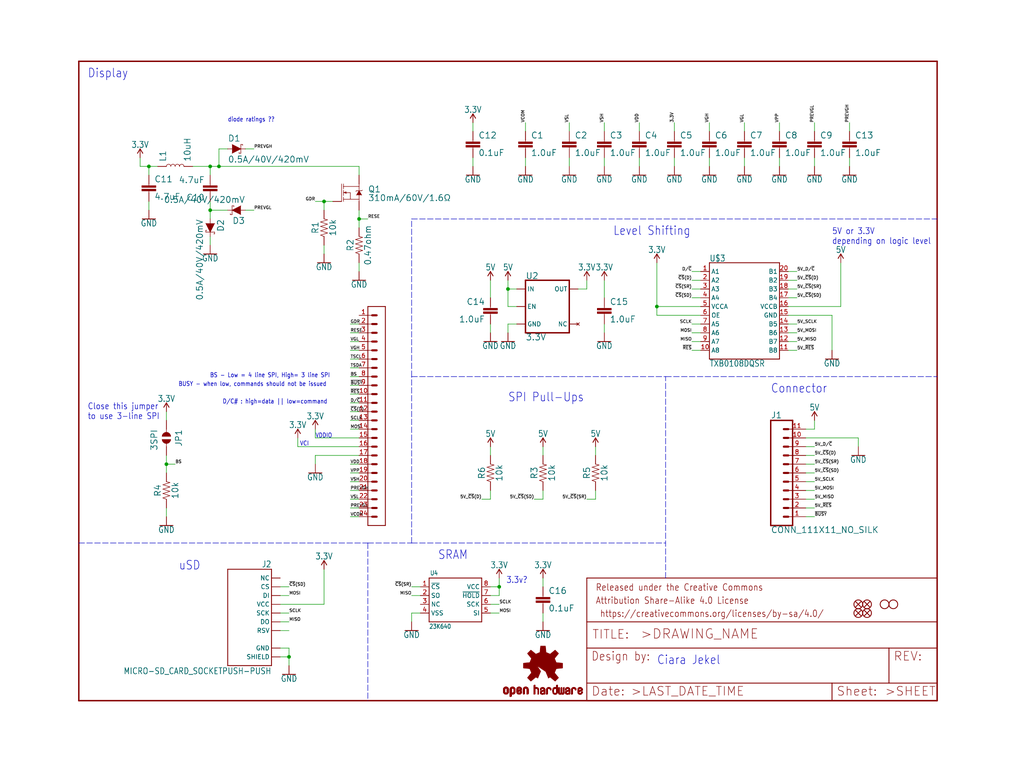
<source format=kicad_sch>
(kicad_sch (version 20211123) (generator eeschema)
  (paper "User" 297.002 223.926)
  (lib_symbols
    (symbol "eagleSchem-eagle-import:0.1UF-0603-25V-(+80{slash}-20%)"
      (property "Reference" "C" (at 1.524 2.921 0))
      (property "Value" "0.1UF-0603-25V-(+80{slash}-20%)" (at 1.524 -2.159 0))
      (symbol "0.1UF-0603-25V-(+80{slash}-20%)_1_0"
        (pin passive line (at 0 5.08 270) (length 2.54) (name "1") (number "1"))
        (pin passive line (at 0 -2.54 90) (length 2.54) (name "2") (number "2"))
      )
    )
    (symbol "eagleSchem-eagle-import:1.0UF-0603-16V-10%"
      (property "Reference" "C" (at 1.524 2.921 0))
      (property "Value" "1.0UF-0603-16V-10%" (at 1.524 -2.159 0))
      (symbol "1.0UF-0603-16V-10%_1_0"
        (pin passive line (at 0 5.08 270) (length 2.54) (name "1") (number "1"))
        (pin passive line (at 0 -2.54 90) (length 2.54) (name "2") (number "2"))
      )
    )
    (symbol "eagleSchem-eagle-import:1.0UF-0805-25V-10%"
      (property "Reference" "C" (at 1.524 2.921 0))
      (property "Value" "1.0UF-0805-25V-10%" (at 1.524 -2.159 0))
      (symbol "1.0UF-0805-25V-10%_1_0"
        (pin passive line (at 0 5.08 270) (length 2.54) (name "1") (number "1"))
        (pin passive line (at 0 -2.54 90) (length 2.54) (name "2") (number "2"))
      )
    )
    (symbol "eagleSchem-eagle-import:10KOHM-0603-1{slash}10W-1%"
      (property "Reference" "R" (at 0 1.524 0))
      (property "Value" "10KOHM-0603-1{slash}10W-1%" (at 0 -1.524 0))
      (symbol "10KOHM-0603-1{slash}10W-1%_1_0"
        (pin passive line (at -5.08 0 0) (length 2.54) (name "1") (number "1"))
        (pin passive line (at 5.08 0 180) (length 2.54) (name "2") (number "2"))
      )
    )
    (symbol "eagleSchem-eagle-import:22UF-0805-6.3V-20%"
      (property "Reference" "C" (at 1.524 2.921 0))
      (property "Value" "22UF-0805-6.3V-20%" (at 1.524 -2.159 0))
      (symbol "22UF-0805-6.3V-20%_1_0"
        (pin passive line (at 0 5.08 270) (length 2.54) (name "1") (number "1"))
        (pin passive line (at 0 -2.54 90) (length 2.54) (name "2") (number "2"))
      )
    )
    (symbol "eagleSchem-eagle-import:23K640"
      (property "Reference" "U" (at -7.366 8.382 0))
      (property "Value" "23K640" (at -7.62 -7.112 0))
      (symbol "23K640_1_0"
        (pin bidirectional line (at -10.16 5.08 0) (length 2.54) (name "~{CS}") (number "1"))
        (pin bidirectional line (at -10.16 2.54 0) (length 2.54) (name "SO") (number "2"))
        (pin bidirectional line (at -10.16 0 0) (length 2.54) (name "NC") (number "3"))
        (pin bidirectional line (at -10.16 -2.54 0) (length 2.54) (name "VSS") (number "4"))
        (pin bidirectional line (at 10.16 -2.54 180) (length 2.54) (name "SI") (number "5"))
        (pin bidirectional line (at 10.16 0 180) (length 2.54) (name "SCK") (number "6"))
        (pin bidirectional line (at 10.16 2.54 180) (length 2.54) (name "~{HOLD}") (number "7"))
        (pin bidirectional line (at 10.16 5.08 180) (length 2.54) (name "VCC") (number "8"))
      )
    )
    (symbol "eagleSchem-eagle-import:24_PIN_FPC_0.5MM"
      (symbol "24_PIN_FPC_0.5MM_1_0"
        (pin bidirectional line (at 5.08 27.94 180) (length 2.54) (name "1") (number "1"))
        (pin bidirectional line (at 5.08 5.08 180) (length 2.54) (name "10") (number "10"))
        (pin bidirectional line (at 5.08 2.54 180) (length 2.54) (name "11") (number "11"))
        (pin bidirectional line (at 5.08 0 180) (length 2.54) (name "12") (number "12"))
        (pin bidirectional line (at 5.08 -2.54 180) (length 2.54) (name "13") (number "13"))
        (pin bidirectional line (at 5.08 -5.08 180) (length 2.54) (name "14") (number "14"))
        (pin bidirectional line (at 5.08 -7.62 180) (length 2.54) (name "15") (number "15"))
        (pin bidirectional line (at 5.08 -10.16 180) (length 2.54) (name "16") (number "16"))
        (pin bidirectional line (at 5.08 -12.7 180) (length 2.54) (name "17") (number "17"))
        (pin bidirectional line (at 5.08 -15.24 180) (length 2.54) (name "18") (number "18"))
        (pin bidirectional line (at 5.08 -17.78 180) (length 2.54) (name "19") (number "19"))
        (pin bidirectional line (at 5.08 25.4 180) (length 2.54) (name "2") (number "2"))
        (pin bidirectional line (at 5.08 -20.32 180) (length 2.54) (name "20") (number "20"))
        (pin bidirectional line (at 5.08 -22.86 180) (length 2.54) (name "21") (number "21"))
        (pin bidirectional line (at 5.08 -25.4 180) (length 2.54) (name "22") (number "22"))
        (pin bidirectional line (at 5.08 -27.94 180) (length 2.54) (name "23") (number "23"))
        (pin bidirectional line (at 5.08 -30.48 180) (length 2.54) (name "24") (number "24"))
        (pin bidirectional line (at 5.08 22.86 180) (length 2.54) (name "3") (number "3"))
        (pin bidirectional line (at 5.08 20.32 180) (length 2.54) (name "4") (number "4"))
        (pin bidirectional line (at 5.08 17.78 180) (length 2.54) (name "5") (number "5"))
        (pin bidirectional line (at 5.08 15.24 180) (length 2.54) (name "6") (number "6"))
        (pin bidirectional line (at 5.08 12.7 180) (length 2.54) (name "7") (number "7"))
        (pin bidirectional line (at 5.08 10.16 180) (length 2.54) (name "8") (number "8"))
        (pin bidirectional line (at 5.08 7.62 180) (length 2.54) (name "9") (number "9"))
      )
    )
    (symbol "eagleSchem-eagle-import:3.3V" (power)
      (property "Value" "3.3V" (at 0 2.794 0))
      (symbol "3.3V_1_0"
        (pin power_in line (at 0 0 90) (length 2.54) (name "3.3V") (number "1"))
      )
    )
    (symbol "eagleSchem-eagle-import:5V" (power)
      (property "Value" "5V" (at 0 2.794 0))
      (symbol "5V_1_0"
        (pin power_in line (at 0 0 90) (length 2.54) (name "5V") (number "1"))
      )
    )
    (symbol "eagleSchem-eagle-import:CONN_111X11_NO_SILK"
      (property "Reference" "J" (at 0 15.748 0))
      (property "Value" "CONN_111X11_NO_SILK" (at 0 -17.526 0))
      (symbol "CONN_111X11_NO_SILK_1_0"
        (pin passive line (at 10.16 -12.7 180) (length 5.08) (name "1") (number "1"))
        (pin passive line (at 10.16 10.16 180) (length 5.08) (name "10") (number "10"))
        (pin passive line (at 10.16 12.7 180) (length 5.08) (name "11") (number "11"))
        (pin passive line (at 10.16 -10.16 180) (length 5.08) (name "2") (number "2"))
        (pin passive line (at 10.16 -7.62 180) (length 5.08) (name "3") (number "3"))
        (pin passive line (at 10.16 -5.08 180) (length 5.08) (name "4") (number "4"))
        (pin passive line (at 10.16 -2.54 180) (length 5.08) (name "5") (number "5"))
        (pin passive line (at 10.16 0 180) (length 5.08) (name "6") (number "6"))
        (pin passive line (at 10.16 2.54 180) (length 5.08) (name "7") (number "7"))
        (pin passive line (at 10.16 5.08 180) (length 5.08) (name "8") (number "8"))
        (pin passive line (at 10.16 7.62 180) (length 5.08) (name "9") (number "9"))
      )
    )
    (symbol "eagleSchem-eagle-import:DIODE-SCHOTTKY-PMEG4005EJ"
      (property "Reference" "D" (at -2.54 2.032 0))
      (property "Value" "DIODE-SCHOTTKY-PMEG4005EJ" (at -2.54 -2.032 0))
      (symbol "DIODE-SCHOTTKY-PMEG4005EJ_1_0"
        (pin passive line (at -2.54 0 0) (length 0) (name "A") (number "A"))
        (pin passive line (at 2.54 0 180) (length 0) (name "C") (number "C"))
      )
    )
    (symbol "eagleSchem-eagle-import:FIDUCIALUFIDUCIAL")
    (symbol "eagleSchem-eagle-import:FRAME-LETTER"
      (symbol "FRAME-LETTER_2_0"
        (text " https://creativecommons.org/licenses/by-sa/4.0/" (at 2.54 24.13 0) (effects (font (size 1.9304 1.6408)) (justify left bottom)))
        (text ">DRAWING_NAME" (at 15.494 17.78 0) (effects (font (size 2.7432 2.7432)) (justify left bottom)))
        (text ">LAST_DATE_TIME" (at 12.7 1.27 0) (effects (font (size 2.54 2.54)) (justify left bottom)))
        (text ">SHEET" (at 86.36 1.27 0) (effects (font (size 2.54 2.54)) (justify left bottom)))
        (text "Attribution Share-Alike 4.0 License" (at 2.54 27.94 0) (effects (font (size 1.9304 1.6408)) (justify left bottom)))
        (text "Date:" (at 1.27 1.27 0) (effects (font (size 2.54 2.54)) (justify left bottom)))
        (text "Design by:" (at 1.27 11.43 0) (effects (font (size 2.54 2.159)) (justify left bottom)))
        (text "Released under the Creative Commons" (at 2.54 31.75 0) (effects (font (size 1.9304 1.6408)) (justify left bottom)))
        (text "REV:" (at 88.9 11.43 0) (effects (font (size 2.54 2.54)) (justify left bottom)))
        (text "Sheet:" (at 72.39 1.27 0) (effects (font (size 2.54 2.54)) (justify left bottom)))
        (text "TITLE:" (at 1.524 17.78 0) (effects (font (size 2.54 2.54)) (justify left bottom)))
      )
    )
    (symbol "eagleSchem-eagle-import:GND" (power)
      (property "Value" "GND" (at 0 -0.254 0))
      (symbol "GND_1_0"
        (pin power_in line (at 0 2.54 270) (length 2.54) (name "GND") (number "1"))
      )
    )
    (symbol "eagleSchem-eagle-import:INDUCTOR-CDRH-10UH"
      (property "Reference" "L" (at 1.27 2.54 0))
      (property "Value" "INDUCTOR-CDRH-10UH" (at 1.27 -2.54 0))
      (symbol "INDUCTOR-CDRH-10UH_1_0"
        (pin passive line (at 0 5.08 270) (length 2.54) (name "1") (number "P$1"))
        (pin passive line (at 0 -5.08 90) (length 2.54) (name "2") (number "P$2"))
      )
    )
    (symbol "eagleSchem-eagle-import:JUMPER-SMT_2_NO_SILK"
      (property "Reference" "JP" (at -2.54 2.54 0))
      (property "Value" "JUMPER-SMT_2_NO_SILK" (at -2.54 -2.54 0))
      (symbol "JUMPER-SMT_2_NO_SILK_1_0"
        (pin passive line (at -5.08 0 0) (length 2.54) (name "1") (number "1"))
        (pin passive line (at 5.08 0 180) (length 2.54) (name "2") (number "2"))
      )
    )
    (symbol "eagleSchem-eagle-import:MICRO-SD_CARD_SOCKETPUSH-PUSH"
      (property "Reference" "J" (at -5.08 15.748 0))
      (property "Value" "MICRO-SD_CARD_SOCKETPUSH-PUSH" (at -5.08 -15.24 0))
      (symbol "MICRO-SD_CARD_SOCKETPUSH-PUSH_1_0"
        (pin bidirectional line (at -7.62 -10.16 0) (length 2.54) (name "SHIELD") (number "CD1"))
        (pin bidirectional line (at -7.62 10.16 0) (length 2.54) (name "CS") (number "CS"))
        (pin bidirectional line (at -7.62 7.62 0) (length 2.54) (name "DI") (number "DI"))
        (pin bidirectional line (at -7.62 0 0) (length 2.54) (name "DO") (number "DO"))
        (pin bidirectional line (at -7.62 -7.62 0) (length 2.54) (name "GND") (number "GND"))
        (pin bidirectional line (at -7.62 -2.54 0) (length 2.54) (name "RSV") (number "RSV1"))
        (pin bidirectional line (at -7.62 12.7 0) (length 2.54) (name "NC") (number "RSV2"))
        (pin bidirectional line (at -7.62 2.54 0) (length 2.54) (name "SCK") (number "SCLK"))
        (pin bidirectional line (at -7.62 5.08 0) (length 2.54) (name "VCC") (number "VCC"))
      )
    )
    (symbol "eagleSchem-eagle-import:MOSFET-NCH-2N7002PW"
      (property "Reference" "Q" (at 5.08 0 0))
      (property "Value" "MOSFET-NCH-2N7002PW" (at 5.08 -2.54 0))
      (symbol "MOSFET-NCH-2N7002PW_1_0"
        (pin bidirectional line (at -5.08 -2.54 0) (length 2.54) (name "G") (number "1"))
        (pin bidirectional line (at 2.54 -5.08 90) (length 2.54) (name "S") (number "2"))
        (pin bidirectional line (at 2.54 5.08 270) (length 2.54) (name "D") (number "3"))
      )
    )
    (symbol "eagleSchem-eagle-import:OSHW-LOGOS")
    (symbol "eagleSchem-eagle-import:RESISTOR0603"
      (property "Reference" "R" (at 0 1.524 0))
      (property "Value" "RESISTOR0603" (at 0 -1.524 0))
      (symbol "RESISTOR0603_1_0"
        (pin passive line (at -5.08 0 0) (length 2.54) (name "1") (number "1"))
        (pin passive line (at 5.08 0 180) (length 2.54) (name "2") (number "2"))
      )
    )
    (symbol "eagleSchem-eagle-import:STAND-OFF")
    (symbol "eagleSchem-eagle-import:TXB0108"
      (property "Reference" "U" (at -10.16 13.97 0))
      (property "Value" "TXB0108" (at -10.16 -16.51 0))
      (symbol "TXB0108_1_0"
        (pin bidirectional line (at -12.7 10.16 0) (length 2.54) (name "A1") (number "1"))
        (pin bidirectional line (at -12.7 -12.7 0) (length 2.54) (name "A8") (number "10"))
        (pin bidirectional line (at 12.7 -12.7 180) (length 2.54) (name "B8") (number "11"))
        (pin bidirectional line (at 12.7 -10.16 180) (length 2.54) (name "B7") (number "12"))
        (pin bidirectional line (at 12.7 -7.62 180) (length 2.54) (name "B6") (number "13"))
        (pin bidirectional line (at 12.7 -5.08 180) (length 2.54) (name "B5") (number "14"))
        (pin bidirectional line (at 12.7 -2.54 180) (length 2.54) (name "GND") (number "15"))
        (pin bidirectional line (at 12.7 0 180) (length 2.54) (name "VCCB") (number "16"))
        (pin bidirectional line (at 12.7 2.54 180) (length 2.54) (name "B4") (number "17"))
        (pin bidirectional line (at 12.7 5.08 180) (length 2.54) (name "B3") (number "18"))
        (pin bidirectional line (at 12.7 7.62 180) (length 2.54) (name "B2") (number "19"))
        (pin bidirectional line (at -12.7 7.62 0) (length 2.54) (name "A2") (number "2"))
        (pin bidirectional line (at 12.7 10.16 180) (length 2.54) (name "B1") (number "20"))
        (pin bidirectional line (at -12.7 5.08 0) (length 2.54) (name "A3") (number "3"))
        (pin bidirectional line (at -12.7 2.54 0) (length 2.54) (name "A4") (number "4"))
        (pin bidirectional line (at -12.7 0 0) (length 2.54) (name "VCCA") (number "5"))
        (pin bidirectional line (at -12.7 -2.54 0) (length 2.54) (name "OE") (number "6"))
        (pin bidirectional line (at -12.7 -5.08 0) (length 2.54) (name "A5") (number "7"))
        (pin bidirectional line (at -12.7 -7.62 0) (length 2.54) (name "A6") (number "8"))
        (pin bidirectional line (at -12.7 -10.16 0) (length 2.54) (name "A7") (number "9"))
      )
    )
    (symbol "eagleSchem-eagle-import:V_REG_AP2112K-3.3V"
      (property "Reference" "U" (at -7.62 7.874 0))
      (property "Value" "V_REG_AP2112K-3.3V" (at -7.62 -7.874 0))
      (symbol "V_REG_AP2112K-3.3V_1_0"
        (pin input line (at -10.16 5.08 0) (length 2.54) (name "IN") (number "1"))
        (pin input line (at -10.16 -5.08 0) (length 2.54) (name "GND") (number "2"))
        (pin input line (at -10.16 0 0) (length 2.54) (name "EN") (number "3"))
        (pin no_connect line (at 7.62 -5.08 180) (length 2.54) (name "NC") (number "4"))
        (pin passive line (at 7.62 5.08 180) (length 2.54) (name "OUT") (number "5"))
      )
    )
  )
  (junction (at 83.82 190.5))
  (junction (at 147.32 83.82))
  (junction (at 144.78 170.18))
  (junction (at 63.5 48.26))
  (junction (at 190.5 88.9))
  (junction (at 48.26 134.62))
  (junction (at 104.14 63.5))
  (junction (at 93.98 58.42))
  (junction (at 60.96 60.96))
  (junction (at 43.18 48.26))
  (junction (at 60.96 48.26))
  (wire (pts (xy 203.2 91.44) (xy 190.5 91.44)))
  (wire (pts (xy 233.68 139.7) (xy 236.22 139.7)))
  (wire (pts (xy 43.18 60.96) (xy 43.18 58.42)))
  (wire (pts (xy 101.6 134.62) (xy 104.14 134.62)))
  (wire (pts (xy 228.6 96.52) (xy 231.14 96.52)))
  (wire (pts (xy 228.6 99.06) (xy 231.14 99.06)))
  (wire (pts (xy 185.42 38.1) (xy 185.42 35.56)))
  (wire (pts (xy 203.2 99.06) (xy 200.66 99.06)))
  (wire (pts (xy 101.6 149.86) (xy 104.14 149.86)))
  (wire (pts (xy 104.14 66.04) (xy 104.14 63.5)))
  (wire (pts (xy 147.32 88.9) (xy 147.32 83.82)))
  (wire (pts (xy 215.9 48.26) (xy 215.9 45.72)))
  (wire (pts (xy 226.06 38.1) (xy 226.06 35.56)))
  (wire (pts (xy 226.06 48.26) (xy 226.06 45.72)))
  (wire (pts (xy 147.32 93.98) (xy 147.32 96.52)))
  (wire (pts (xy 233.68 132.08) (xy 236.22 132.08)))
  (wire (pts (xy 233.68 147.32) (xy 236.22 147.32)))
  (wire (pts (xy 104.14 63.5) (xy 106.68 63.5)))
  (wire (pts (xy 63.5 48.26) (xy 104.14 48.26)))
  (wire (pts (xy 236.22 121.92) (xy 236.22 124.46)))
  (wire (pts (xy 175.26 38.1) (xy 175.26 35.56)))
  (wire (pts (xy 137.16 38.1) (xy 137.16 35.56)))
  (polyline (pts (xy 119.38 109.22) (xy 193.04 109.22)))
  (wire (pts (xy 231.14 81.28) (xy 228.6 81.28)))
  (wire (pts (xy 157.48 132.08) (xy 157.48 129.54)))
  (wire (pts (xy 60.96 50.8) (xy 60.96 48.26)))
  (wire (pts (xy 104.14 119.38) (xy 101.6 119.38)))
  (wire (pts (xy 203.2 88.9) (xy 190.5 88.9)))
  (wire (pts (xy 101.6 139.7) (xy 104.14 139.7)))
  (wire (pts (xy 231.14 78.74) (xy 228.6 78.74)))
  (wire (pts (xy 142.24 142.24) (xy 142.24 144.78)))
  (wire (pts (xy 175.26 81.28) (xy 175.26 86.36)))
  (wire (pts (xy 167.64 83.82) (xy 170.18 83.82)))
  (wire (pts (xy 104.14 129.54) (xy 86.36 129.54)))
  (wire (pts (xy 81.28 190.5) (xy 83.82 190.5)))
  (wire (pts (xy 81.28 182.88) (xy 83.82 182.88)))
  (wire (pts (xy 101.6 144.78) (xy 104.14 144.78)))
  (wire (pts (xy 104.14 78.74) (xy 104.14 76.2)))
  (wire (pts (xy 66.04 60.96) (xy 60.96 60.96)))
  (wire (pts (xy 165.1 48.26) (xy 165.1 45.72)))
  (wire (pts (xy 147.32 81.28) (xy 147.32 83.82)))
  (wire (pts (xy 175.26 96.52) (xy 175.26 93.98)))
  (wire (pts (xy 81.28 180.34) (xy 83.82 180.34)))
  (wire (pts (xy 190.5 91.44) (xy 190.5 88.9)))
  (wire (pts (xy 121.92 172.72) (xy 119.38 172.72)))
  (wire (pts (xy 233.68 134.62) (xy 236.22 134.62)))
  (wire (pts (xy 43.18 50.8) (xy 43.18 48.26)))
  (wire (pts (xy 246.38 38.1) (xy 246.38 35.56)))
  (wire (pts (xy 228.6 83.82) (xy 231.14 83.82)))
  (wire (pts (xy 165.1 38.1) (xy 165.1 35.56)))
  (wire (pts (xy 86.36 127) (xy 86.36 129.54)))
  (polyline (pts (xy 106.68 157.48) (xy 119.38 157.48)))
  (wire (pts (xy 104.14 60.96) (xy 104.14 63.5)))
  (wire (pts (xy 142.24 172.72) (xy 144.78 172.72)))
  (wire (pts (xy 172.72 144.78) (xy 170.18 144.78)))
  (wire (pts (xy 66.04 43.18) (xy 63.5 43.18)))
  (wire (pts (xy 104.14 116.84) (xy 101.6 116.84)))
  (wire (pts (xy 246.38 48.26) (xy 246.38 45.72)))
  (wire (pts (xy 200.66 101.6) (xy 203.2 101.6)))
  (wire (pts (xy 83.82 193.04) (xy 83.82 190.5)))
  (polyline (pts (xy 119.38 109.22) (xy 119.38 63.5)))
  (wire (pts (xy 215.9 38.1) (xy 215.9 35.56)))
  (wire (pts (xy 200.66 81.28) (xy 203.2 81.28)))
  (wire (pts (xy 101.6 147.32) (xy 104.14 147.32)))
  (wire (pts (xy 48.26 134.62) (xy 50.8 134.62)))
  (wire (pts (xy 233.68 149.86) (xy 236.22 149.86)))
  (wire (pts (xy 147.32 83.82) (xy 149.86 83.82)))
  (wire (pts (xy 144.78 172.72) (xy 144.78 170.18)))
  (wire (pts (xy 43.18 48.26) (xy 40.64 48.26)))
  (wire (pts (xy 91.44 124.46) (xy 91.44 127)))
  (wire (pts (xy 63.5 43.18) (xy 63.5 48.26)))
  (wire (pts (xy 48.26 119.38) (xy 48.26 121.92)))
  (wire (pts (xy 137.16 48.26) (xy 137.16 45.72)))
  (wire (pts (xy 241.3 91.44) (xy 228.6 91.44)))
  (wire (pts (xy 93.98 58.42) (xy 91.44 58.42)))
  (wire (pts (xy 142.24 170.18) (xy 144.78 170.18)))
  (wire (pts (xy 152.4 38.1) (xy 152.4 35.56)))
  (wire (pts (xy 233.68 144.78) (xy 236.22 144.78)))
  (wire (pts (xy 96.52 58.42) (xy 93.98 58.42)))
  (wire (pts (xy 104.14 111.76) (xy 101.6 111.76)))
  (wire (pts (xy 60.96 58.42) (xy 60.96 60.96)))
  (wire (pts (xy 170.18 83.82) (xy 170.18 81.28)))
  (wire (pts (xy 175.26 48.26) (xy 175.26 45.72)))
  (wire (pts (xy 81.28 175.26) (xy 93.98 175.26)))
  (polyline (pts (xy 106.68 157.48) (xy 106.68 203.2)))
  (wire (pts (xy 81.28 172.72) (xy 83.82 172.72)))
  (wire (pts (xy 93.98 175.26) (xy 93.98 165.1)))
  (wire (pts (xy 104.14 48.26) (xy 104.14 50.8)))
  (wire (pts (xy 157.48 144.78) (xy 154.94 144.78)))
  (wire (pts (xy 236.22 124.46) (xy 233.68 124.46)))
  (wire (pts (xy 205.74 38.1) (xy 205.74 35.56)))
  (wire (pts (xy 142.24 96.52) (xy 142.24 93.98)))
  (wire (pts (xy 172.72 132.08) (xy 172.72 129.54)))
  (wire (pts (xy 104.14 93.98) (xy 101.6 93.98)))
  (wire (pts (xy 119.38 177.8) (xy 121.92 177.8)))
  (wire (pts (xy 121.92 170.18) (xy 119.38 170.18)))
  (wire (pts (xy 60.96 68.58) (xy 60.96 71.12)))
  (wire (pts (xy 93.98 60.96) (xy 93.98 58.42)))
  (wire (pts (xy 142.24 144.78) (xy 139.7 144.78)))
  (wire (pts (xy 104.14 109.22) (xy 101.6 109.22)))
  (polyline (pts (xy 119.38 157.48) (xy 193.04 157.48)))
  (wire (pts (xy 236.22 38.1) (xy 236.22 35.56)))
  (wire (pts (xy 104.14 104.14) (xy 101.6 104.14)))
  (wire (pts (xy 93.98 73.66) (xy 93.98 71.12)))
  (wire (pts (xy 104.14 106.68) (xy 101.6 106.68)))
  (wire (pts (xy 48.26 134.62) (xy 48.26 132.08)))
  (wire (pts (xy 104.14 101.6) (xy 101.6 101.6)))
  (wire (pts (xy 104.14 96.52) (xy 101.6 96.52)))
  (wire (pts (xy 228.6 93.98) (xy 231.14 93.98)))
  (wire (pts (xy 71.12 60.96) (xy 73.66 60.96)))
  (wire (pts (xy 142.24 132.08) (xy 142.24 129.54)))
  (wire (pts (xy 149.86 93.98) (xy 147.32 93.98)))
  (wire (pts (xy 233.68 129.54) (xy 236.22 129.54)))
  (wire (pts (xy 104.14 132.08) (xy 91.44 132.08)))
  (wire (pts (xy 48.26 137.16) (xy 48.26 134.62)))
  (wire (pts (xy 233.68 137.16) (xy 236.22 137.16)))
  (wire (pts (xy 104.14 137.16) (xy 101.6 137.16)))
  (wire (pts (xy 241.3 101.6) (xy 241.3 91.44)))
  (wire (pts (xy 157.48 142.24) (xy 157.48 144.78)))
  (wire (pts (xy 228.6 88.9) (xy 243.84 88.9)))
  (wire (pts (xy 81.28 170.18) (xy 83.82 170.18)))
  (wire (pts (xy 60.96 60.96) (xy 60.96 63.5)))
  (wire (pts (xy 48.26 149.86) (xy 48.26 147.32)))
  (wire (pts (xy 228.6 86.36) (xy 231.14 86.36)))
  (wire (pts (xy 104.14 99.06) (xy 101.6 99.06)))
  (wire (pts (xy 91.44 134.62) (xy 91.44 132.08)))
  (polyline (pts (xy 193.04 109.22) (xy 271.78 109.22)))
  (wire (pts (xy 203.2 86.36) (xy 200.66 86.36)))
  (wire (pts (xy 83.82 190.5) (xy 83.82 187.96)))
  (wire (pts (xy 104.14 121.92) (xy 101.6 121.92)))
  (wire (pts (xy 101.6 142.24) (xy 104.14 142.24)))
  (wire (pts (xy 200.66 96.52) (xy 203.2 96.52)))
  (wire (pts (xy 243.84 88.9) (xy 243.84 76.2)))
  (wire (pts (xy 203.2 78.74) (xy 200.66 78.74)))
  (wire (pts (xy 248.92 129.54) (xy 248.92 127)))
  (wire (pts (xy 195.58 38.1) (xy 195.58 35.56)))
  (wire (pts (xy 203.2 93.98) (xy 200.66 93.98)))
  (wire (pts (xy 236.22 48.26) (xy 236.22 45.72)))
  (wire (pts (xy 83.82 187.96) (xy 81.28 187.96)))
  (polyline (pts (xy 119.38 157.48) (xy 119.38 109.22)))
  (wire (pts (xy 203.2 83.82) (xy 200.66 83.82)))
  (wire (pts (xy 142.24 177.8) (xy 144.78 177.8)))
  (polyline (pts (xy 119.38 63.5) (xy 271.78 63.5)))
  (wire (pts (xy 101.6 124.46) (xy 104.14 124.46)))
  (wire (pts (xy 236.22 142.24) (xy 233.68 142.24)))
  (wire (pts (xy 63.5 48.26) (xy 60.96 48.26)))
  (polyline (pts (xy 193.04 167.64) (xy 193.04 109.22)))
  (wire (pts (xy 81.28 177.8) (xy 83.82 177.8)))
  (wire (pts (xy 205.74 48.26) (xy 205.74 45.72)))
  (polyline (pts (xy 22.86 157.48) (xy 106.68 157.48)))
  (wire (pts (xy 104.14 114.3) (xy 101.6 114.3)))
  (wire (pts (xy 172.72 142.24) (xy 172.72 144.78)))
  (wire (pts (xy 119.38 180.34) (xy 119.38 177.8)))
  (wire (pts (xy 157.48 167.64) (xy 157.48 170.18)))
  (wire (pts (xy 43.18 48.26) (xy 45.72 48.26)))
  (wire (pts (xy 144.78 170.18) (xy 144.78 167.64)))
  (wire (pts (xy 149.86 88.9) (xy 147.32 88.9)))
  (wire (pts (xy 91.44 127) (xy 104.14 127)))
  (wire (pts (xy 40.64 48.26) (xy 40.64 45.72)))
  (wire (pts (xy 73.66 43.18) (xy 71.12 43.18)))
  (wire (pts (xy 228.6 101.6) (xy 231.14 101.6)))
  (wire (pts (xy 142.24 81.28) (xy 142.24 86.36)))
  (wire (pts (xy 142.24 175.26) (xy 144.78 175.26)))
  (wire (pts (xy 60.96 48.26) (xy 55.88 48.26)))
  (wire (pts (xy 152.4 48.26) (xy 152.4 45.72)))
  (wire (pts (xy 185.42 48.26) (xy 185.42 45.72)))
  (wire (pts (xy 248.92 127) (xy 233.68 127)))
  (wire (pts (xy 157.48 180.34) (xy 157.48 177.8)))
  (wire (pts (xy 195.58 48.26) (xy 195.58 45.72)))
  (wire (pts (xy 190.5 88.9) (xy 190.5 76.2)))
  (text "Connector" (at 223.52 114.3 180) (effects (font (size 2.54 2.159)) (justify left bottom)))
  (text "VCI" (at 89.662 129.54 180) (effects (font (size 1.27 1.0795)) (justify right bottom)))
  (text "D/C# : high=data || low=command" (at 94.996 117.348 180) (effects (font (size 1.27 1.0795)) (justify right bottom)))
  (text "Display" (at 25.4 22.86 180) (effects (font (size 2.54 2.159)) (justify left bottom)))
  (text "Ciara Jekel" (at 190.5 193.04 180) (effects (font (size 2.54 2.159)) (justify left bottom)))
  (text "3.3v?" (at 146.812 169.418 180) (effects (font (size 1.778 1.5113)) (justify left bottom)))
  (text "Level Shifting" (at 177.8 68.58 180) (effects (font (size 2.54 2.159)) (justify left bottom)))
  (text "uSD" (at 51.816 165.608 180) (effects (font (size 2.54 2.159)) (justify left bottom)))
  (text "Close this jumper\nto use 3-line SPI" (at 25.4 121.92 180) (effects (font (size 1.778 1.5113)) (justify left bottom)))
  (text "diode ratings ??" (at 66.04 35.56 180) (effects (font (size 1.27 1.0795)) (justify left bottom)))
  (text "5V or 3.3V\ndepending on logic level" (at 241.3 71.12 180) (effects (font (size 1.778 1.5113)) (justify left bottom)))
  (text "VDDIO" (at 91.44 125.73 180) (effects (font (size 1.27 1.0795)) (justify left top)))
  (text "SRAM" (at 127 162.56 180) (effects (font (size 2.54 2.159)) (justify left bottom)))
  (text "BUSY - when low, commands should not be issued" (at 94.742 112.268 180) (effects (font (size 1.27 1.0795)) (justify right bottom)))
  (text "SPI Pull-Ups" (at 147.32 116.84 180) (effects (font (size 2.54 2.159)) (justify left bottom)))
  (text "BS - Low = 4 line SPI, High= 3 line SPI" (at 95.758 109.728 180) (effects (font (size 1.27 1.0795)) (justify right bottom)))
  (label "GDR" (at 91.44 58.42 180) (effects (font (size 0.889 0.889))))
  (label "MOSI" (at 144.78 177.8 0) (effects (font (size 0.889 0.889))))
  (label "5V_MISO" (at 236.22 144.78 0) (effects (font (size 0.889 0.889))))
  (label "GDR" (at 101.6 93.98 0) (effects (font (size 0.889 0.889))))
  (label "5V_~{RES}" (at 236.22 147.32 0) (effects (font (size 0.889 0.889))))
  (label "VGL" (at 101.6 99.06 0) (effects (font (size 0.889 0.889))))
  (label "5V_SCLK" (at 231.14 93.98 0) (effects (font (size 0.889 0.889))))
  (label "~{CS}(SR)" (at 119.38 170.18 180) (effects (font (size 0.889 0.889))))
  (label "MISO" (at 119.38 172.72 180) (effects (font (size 0.889 0.889))))
  (label "5V_SCLK" (at 236.22 139.7 0) (effects (font (size 0.889 0.889))))
  (label "5V_D/~{C}" (at 231.14 78.74 0) (effects (font (size 0.889 0.889))))
  (label "VDD" (at 101.6 134.62 0) (effects (font (size 0.889 0.889))))
  (label "MOSI" (at 200.66 96.52 180) (effects (font (size 0.889 0.889))))
  (label "5V_~{CS}(SR)" (at 231.14 83.82 0) (effects (font (size 0.889 0.889))))
  (label "PREVGL" (at 101.6 147.32 0) (effects (font (size 0.889 0.889))))
  (label "VPP" (at 226.06 35.56 90) (effects (font (size 0.889 0.889))))
  (label "TSDA" (at 101.6 106.68 0) (effects (font (size 0.889 0.889))))
  (label "MISO" (at 83.82 180.34 0) (effects (font (size 0.889 0.889))))
  (label "5V_D/~{C}" (at 236.22 129.54 0) (effects (font (size 0.889 0.889))))
  (label "5V_~{CS}(SD)" (at 154.94 144.78 180) (effects (font (size 0.889 0.889))))
  (label "~{CS}(D)" (at 101.6 119.38 0) (effects (font (size 0.889 0.889))))
  (label "PREVGH" (at 101.6 142.24 0) (effects (font (size 0.889 0.889))))
  (label "D/~{C}" (at 101.6 116.84 0) (effects (font (size 0.889 0.889))))
  (label "5V_~{CS}(SR)" (at 170.18 144.78 180) (effects (font (size 0.889 0.889))))
  (label "MOSI" (at 83.82 172.72 0) (effects (font (size 0.889 0.889))))
  (label "PREVGH" (at 73.66 43.18 0) (effects (font (size 0.889 0.889))))
  (label "PREVGL" (at 236.22 35.56 90) (effects (font (size 0.889 0.889))))
  (label "D/~{C}" (at 200.66 78.74 180) (effects (font (size 0.889 0.889))))
  (label "VPP" (at 101.6 137.16 0) (effects (font (size 0.889 0.889))))
  (label "VGH" (at 205.74 35.56 90) (effects (font (size 0.889 0.889))))
  (label "VGL" (at 215.9 35.56 90) (effects (font (size 0.889 0.889))))
  (label "VSH" (at 175.26 35.56 90) (effects (font (size 0.889 0.889))))
  (label "SCLK" (at 101.6 121.92 0) (effects (font (size 0.889 0.889))))
  (label "5V_MOSI" (at 231.14 96.52 0) (effects (font (size 0.889 0.889))))
  (label "5V_~{CS}(D)" (at 236.22 132.08 0) (effects (font (size 0.889 0.889))))
  (label "PREVGH" (at 246.38 35.56 90) (effects (font (size 0.889 0.889))))
  (label "SCLK" (at 200.66 93.98 180) (effects (font (size 0.889 0.889))))
  (label "TSCL" (at 101.6 104.14 0) (effects (font (size 0.889 0.889))))
  (label "~{CS}(SD)" (at 83.82 170.18 0) (effects (font (size 0.889 0.889))))
  (label "VSL" (at 101.6 144.78 0) (effects (font (size 0.889 0.889))))
  (label "MISO" (at 200.66 99.06 180) (effects (font (size 0.889 0.889))))
  (label "PREVGL" (at 73.66 60.96 0) (effects (font (size 0.889 0.889))))
  (label "5V_~{CS}(SD)" (at 231.14 86.36 0) (effects (font (size 0.889 0.889))))
  (label "VSH" (at 101.6 139.7 0) (effects (font (size 0.889 0.889))))
  (label "~{BUSY}" (at 101.6 111.76 0) (effects (font (size 0.889 0.889))))
  (label "~{BUSY}" (at 236.22 149.86 0) (effects (font (size 0.889 0.889))))
  (label "5V_MOSI" (at 236.22 142.24 0) (effects (font (size 0.889 0.889))))
  (label "VDD" (at 185.42 35.56 90) (effects (font (size 0.889 0.889))))
  (label "5V_~{RES}" (at 231.14 101.6 0) (effects (font (size 0.889 0.889))))
  (label "SCLK" (at 144.78 175.26 0) (effects (font (size 0.889 0.889))))
  (label "5V_~{CS}(D)" (at 139.7 144.78 180) (effects (font (size 0.889 0.889))))
  (label "3.3V" (at 195.58 35.56 90) (effects (font (size 0.889 0.889))))
  (label "~{CS}(D)" (at 200.66 81.28 180) (effects (font (size 0.889 0.889))))
  (label "VSL" (at 165.1 35.56 90) (effects (font (size 0.889 0.889))))
  (label "SCLK" (at 83.82 177.8 0) (effects (font (size 0.889 0.889))))
  (label "5V_~{CS}(D)" (at 231.14 81.28 0) (effects (font (size 0.889 0.889))))
  (label "RESE" (at 106.68 63.5 0) (effects (font (size 0.889 0.889))))
  (label "~{CS}(SD)" (at 200.66 86.36 180) (effects (font (size 0.889 0.889))))
  (label "RESE" (at 101.6 96.52 0) (effects (font (size 0.889 0.889))))
  (label "VCOM" (at 101.6 149.86 0) (effects (font (size 0.889 0.889))))
  (label "BS" (at 101.6 109.22 0) (effects (font (size 0.889 0.889))))
  (label "5V_~{CS}(SR)" (at 236.22 134.62 0) (effects (font (size 0.889 0.889))))
  (label "~{CS}(SR)" (at 200.66 83.82 180) (effects (font (size 0.889 0.889))))
  (label "BS" (at 50.8 134.62 0) (effects (font (size 0.889 0.889))))
  (label "5V_~{CS}(SD)" (at 236.22 137.16 0) (effects (font (size 0.889 0.889))))
  (label "5V_MISO" (at 231.14 99.06 0) (effects (font (size 0.889 0.889))))
  (label "VGH" (at 101.6 101.6 0) (effects (font (size 0.889 0.889))))
  (label "~{RES}" (at 200.66 101.6 180) (effects (font (size 0.889 0.889))))
  (label "MOSI" (at 101.6 124.46 0) (effects (font (size 0.889 0.889))))
  (label "VCOM" (at 152.4 35.56 90) (effects (font (size 0.889 0.889))))
  (label "~{RES}" (at 101.6 114.3 0) (effects (font (size 0.889 0.889))))
  (symbol (lib_id "eagleSchem-eagle-import:GND") (at 43.18 63.5 0) (unit 1)
    (property "Reference" "#GND12" (effects hide))
    (property "Value" "GND" (at 43.18 63.754 0) (effects (font (size 1.778 1.5113)) (justify top)))
    (property "Footprint" "eagleSchem:" (effects hide))
  )
  (symbol (lib_id "eagleSchem-eagle-import:5V") (at 147.32 81.28 0) (unit 1)
    (property "Reference" "#SUPPLY9" (effects hide))
    (property "Value" "5V" (at 147.32 78.486 0) (effects (font (size 1.778 1.5113)) (justify bottom)))
    (property "Footprint" "eagleSchem:" (effects hide))
  )
  (symbol (lib_id "eagleSchem-eagle-import:3.3V") (at 175.26 81.28 0) (unit 1)
    (property "Reference" "#SUPPLY10" (effects hide))
    (property "Value" "3.3V" (at 175.26 78.486 0) (effects (font (size 1.778 1.5113)) (justify bottom)))
    (property "Footprint" "eagleSchem:" (effects hide))
  )
  (symbol (lib_id "eagleSchem-eagle-import:5V") (at 142.24 81.28 0) (unit 1)
    (property "Reference" "#SUPPLY7" (effects hide))
    (property "Value" "5V" (at 142.24 78.486 0) (effects (font (size 1.778 1.5113)) (justify bottom)))
    (property "Footprint" "eagleSchem:" (effects hide))
  )
  (symbol (lib_id "eagleSchem-eagle-import:0.1UF-0603-25V-(+80{slash}-20%)") (at 157.48 175.26 0) (unit 1)
    (property "Reference" "C16" (at 159.004 172.339 0) (effects (font (size 1.778 1.778)) (justify left bottom)))
    (property "Value" "0.1uF" (at 159.004 177.419 0) (effects (font (size 1.778 1.778)) (justify left bottom)))
    (property "Footprint" "eagleSchem:0603" (effects hide))
  )
  (symbol (lib_id "eagleSchem-eagle-import:GND") (at 60.96 73.66 0) (unit 1)
    (property "Reference" "#GND11" (effects hide))
    (property "Value" "GND" (at 60.96 73.914 0) (effects (font (size 1.778 1.5113)) (justify top)))
    (property "Footprint" "eagleSchem:" (effects hide))
  )
  (symbol (lib_id "eagleSchem-eagle-import:GND") (at 246.38 50.8 0) (unit 1)
    (property "Reference" "#GND16" (effects hide))
    (property "Value" "GND" (at 246.38 51.054 0) (effects (font (size 1.778 1.5113)) (justify top)))
    (property "Footprint" "eagleSchem:" (effects hide))
  )
  (symbol (lib_id "eagleSchem-eagle-import:0.1UF-0603-25V-(+80{slash}-20%)") (at 137.16 43.18 0) (unit 1)
    (property "Reference" "C12" (at 138.684 40.259 0) (effects (font (size 1.778 1.778)) (justify left bottom)))
    (property "Value" "0.1uF" (at 138.684 45.339 0) (effects (font (size 1.778 1.778)) (justify left bottom)))
    (property "Footprint" "eagleSchem:0603" (effects hide))
  )
  (symbol (lib_id "eagleSchem-eagle-import:DIODE-SCHOTTKY-PMEG4005EJ") (at 68.58 43.18 0) (unit 1)
    (property "Reference" "D1" (at 66.04 41.148 0) (effects (font (size 1.778 1.778)) (justify left bottom)))
    (property "Value" "0.5A/40V/420mV" (at 66.04 45.212 0) (effects (font (size 1.778 1.778)) (justify left top)))
    (property "Footprint" "eagleSchem:SOD-323" (effects hide))
  )
  (symbol (lib_id "eagleSchem-eagle-import:3.3V") (at 144.78 167.64 0) (unit 1)
    (property "Reference" "#SUPPLY4" (effects hide))
    (property "Value" "3.3V" (at 144.78 164.846 0) (effects (font (size 1.778 1.5113)) (justify bottom)))
    (property "Footprint" "eagleSchem:" (effects hide))
  )
  (symbol (lib_id "eagleSchem-eagle-import:24_PIN_FPC_0.5MM") (at 109.22 119.38 0) (mirror y) (unit 1)
    (property "Reference" "U$1" (effects hide))
    (property "Value" "24_PIN_FPC_0.5MM" (effects hide))
    (property "Footprint" "eagleSchem:24_PIN_FPC_0.5MM" (effects hide))
  )
  (symbol (lib_id "eagleSchem-eagle-import:OSHW-LOGOS") (at 157.48 193.04 0) (unit 1)
    (property "Reference" "LOGO1" (effects hide))
    (property "Value" "OSHW-LOGOS" (effects hide))
    (property "Footprint" "eagleSchem:OSHW-LOGO-S" (effects hide))
  )
  (symbol (lib_id "eagleSchem-eagle-import:1.0UF-0805-25V-10%") (at 175.26 43.18 0) (unit 1)
    (property "Reference" "C3" (at 176.784 40.259 0) (effects (font (size 1.778 1.778)) (justify left bottom)))
    (property "Value" "1.0uF" (at 176.784 45.339 0) (effects (font (size 1.778 1.778)) (justify left bottom)))
    (property "Footprint" "eagleSchem:0805" (effects hide))
  )
  (symbol (lib_id "eagleSchem-eagle-import:GND") (at 83.82 195.58 0) (unit 1)
    (property "Reference" "#GND23" (effects hide))
    (property "Value" "GND" (at 83.82 195.834 0) (effects (font (size 1.778 1.5113)) (justify top)))
    (property "Footprint" "eagleSchem:" (effects hide))
  )
  (symbol (lib_id "eagleSchem-eagle-import:INDUCTOR-CDRH-10UH") (at 50.8 48.26 90) (unit 1)
    (property "Reference" "L1" (at 48.26 46.99 0) (effects (font (size 1.778 1.778)) (justify left bottom)))
    (property "Value" "10uH" (at 53.34 46.99 0) (effects (font (size 1.778 1.778)) (justify left top)))
    (property "Footprint" "eagleSchem:INDUCTOR_4.7UH" (effects hide))
  )
  (symbol (lib_id "eagleSchem-eagle-import:GND") (at 185.42 50.8 0) (unit 1)
    (property "Reference" "#GND5" (effects hide))
    (property "Value" "GND" (at 185.42 51.054 0) (effects (font (size 1.778 1.5113)) (justify top)))
    (property "Footprint" "eagleSchem:" (effects hide))
  )
  (symbol (lib_id "eagleSchem-eagle-import:GND") (at 157.48 182.88 0) (unit 1)
    (property "Reference" "#GND25" (effects hide))
    (property "Value" "GND" (at 157.48 183.134 0) (effects (font (size 1.778 1.5113)) (justify top)))
    (property "Footprint" "eagleSchem:" (effects hide))
  )
  (symbol (lib_id "eagleSchem-eagle-import:V_REG_AP2112K-3.3V") (at 160.02 88.9 0) (unit 1)
    (property "Reference" "U2" (at 152.4 81.026 0) (effects (font (size 1.778 1.778)) (justify left bottom)))
    (property "Value" "3.3V" (at 152.4 96.774 0) (effects (font (size 1.778 1.778)) (justify left top)))
    (property "Footprint" "eagleSchem:SOT23-5" (effects hide))
  )
  (symbol (lib_id "eagleSchem-eagle-import:GND") (at 175.26 50.8 0) (unit 1)
    (property "Reference" "#GND4" (effects hide))
    (property "Value" "GND" (at 175.26 51.054 0) (effects (font (size 1.778 1.5113)) (justify top)))
    (property "Footprint" "eagleSchem:" (effects hide))
  )
  (symbol (lib_id "eagleSchem-eagle-import:3.3V") (at 137.16 35.56 0) (unit 1)
    (property "Reference" "#SUPPLY5" (effects hide))
    (property "Value" "3.3V" (at 137.16 32.766 0) (effects (font (size 1.778 1.5113)) (justify bottom)))
    (property "Footprint" "eagleSchem:" (effects hide))
  )
  (symbol (lib_id "eagleSchem-eagle-import:1.0UF-0805-25V-10%") (at 185.42 43.18 0) (unit 1)
    (property "Reference" "C4" (at 186.944 40.259 0) (effects (font (size 1.778 1.778)) (justify left bottom)))
    (property "Value" "1.0uF" (at 186.944 45.339 0) (effects (font (size 1.778 1.778)) (justify left bottom)))
    (property "Footprint" "eagleSchem:0805" (effects hide))
  )
  (symbol (lib_id "eagleSchem-eagle-import:FRAME-LETTER") (at 170.18 203.2 0) (unit 2)
    (property "Reference" "FRAME1" (effects hide))
    (property "Value" "FRAME-LETTER" (effects hide))
    (property "Footprint" "eagleSchem:CREATIVE_COMMONS" (effects hide))
  )
  (symbol (lib_id "eagleSchem-eagle-import:GND") (at 195.58 50.8 0) (unit 1)
    (property "Reference" "#GND6" (effects hide))
    (property "Value" "GND" (at 195.58 51.054 0) (effects (font (size 1.778 1.5113)) (justify top)))
    (property "Footprint" "eagleSchem:" (effects hide))
  )
  (symbol (lib_id "eagleSchem-eagle-import:5V") (at 236.22 121.92 0) (unit 1)
    (property "Reference" "#SUPPLY11" (effects hide))
    (property "Value" "5V" (at 236.22 119.126 0) (effects (font (size 1.778 1.5113)) (justify bottom)))
    (property "Footprint" "eagleSchem:" (effects hide))
  )
  (symbol (lib_id "eagleSchem-eagle-import:GND") (at 152.4 50.8 0) (unit 1)
    (property "Reference" "#GND2" (effects hide))
    (property "Value" "GND" (at 152.4 51.054 0) (effects (font (size 1.778 1.5113)) (justify top)))
    (property "Footprint" "eagleSchem:" (effects hide))
  )
  (symbol (lib_id "eagleSchem-eagle-import:GND") (at 241.3 104.14 0) (unit 1)
    (property "Reference" "#GND22" (effects hide))
    (property "Value" "GND" (at 241.3 104.394 0) (effects (font (size 1.778 1.5113)) (justify top)))
    (property "Footprint" "eagleSchem:" (effects hide))
  )
  (symbol (lib_id "eagleSchem-eagle-import:STAND-OFF") (at 256.54 175.26 0) (unit 1)
    (property "Reference" "H1" (effects hide))
    (property "Value" "STAND-OFF" (effects hide))
    (property "Footprint" "eagleSchem:STAND-OFF" (effects hide))
  )
  (symbol (lib_id "eagleSchem-eagle-import:1.0UF-0805-25V-10%") (at 246.38 43.18 0) (unit 1)
    (property "Reference" "C13" (at 247.904 40.259 0) (effects (font (size 1.778 1.778)) (justify left bottom)))
    (property "Value" "1.0uF" (at 247.904 45.339 0) (effects (font (size 1.778 1.778)) (justify left bottom)))
    (property "Footprint" "eagleSchem:0805" (effects hide))
  )
  (symbol (lib_id "eagleSchem-eagle-import:FRAME-LETTER") (at 22.86 203.2 0) (unit 1)
    (property "Reference" "FRAME1" (effects hide))
    (property "Value" "FRAME-LETTER" (effects hide))
    (property "Footprint" "eagleSchem:CREATIVE_COMMONS" (effects hide))
  )
  (symbol (lib_id "eagleSchem-eagle-import:GND") (at 205.74 50.8 0) (unit 1)
    (property "Reference" "#GND7" (effects hide))
    (property "Value" "GND" (at 205.74 51.054 0) (effects (font (size 1.778 1.5113)) (justify top)))
    (property "Footprint" "eagleSchem:" (effects hide))
  )
  (symbol (lib_id "eagleSchem-eagle-import:1.0UF-0603-16V-10%") (at 142.24 91.44 0) (mirror y) (unit 1)
    (property "Reference" "C14" (at 140.716 88.519 0) (effects (font (size 1.778 1.778)) (justify left bottom)))
    (property "Value" "1.0uF" (at 140.716 93.599 0) (effects (font (size 1.778 1.778)) (justify left bottom)))
    (property "Footprint" "eagleSchem:0603" (effects hide))
  )
  (symbol (lib_id "eagleSchem-eagle-import:DIODE-SCHOTTKY-PMEG4005EJ") (at 60.96 66.04 270) (unit 1)
    (property "Reference" "D2" (at 62.992 63.5 0) (effects (font (size 1.778 1.778)) (justify left bottom)))
    (property "Value" "0.5A/40V/420mV" (at 58.928 63.5 0) (effects (font (size 1.778 1.778)) (justify left top)))
    (property "Footprint" "eagleSchem:SOD-323" (effects hide))
  )
  (symbol (lib_id "eagleSchem-eagle-import:3.3V") (at 170.18 81.28 0) (unit 1)
    (property "Reference" "#SUPPLY6" (effects hide))
    (property "Value" "3.3V" (at 170.18 78.486 0) (effects (font (size 1.778 1.5113)) (justify bottom)))
    (property "Footprint" "eagleSchem:" (effects hide))
  )
  (symbol (lib_id "eagleSchem-eagle-import:5V") (at 157.48 129.54 0) (unit 1)
    (property "Reference" "#SUPPLY14" (effects hide))
    (property "Value" "5V" (at 157.48 126.746 0) (effects (font (size 1.778 1.5113)) (justify bottom)))
    (property "Footprint" "eagleSchem:" (effects hide))
  )
  (symbol (lib_id "eagleSchem-eagle-import:GND") (at 236.22 50.8 0) (unit 1)
    (property "Reference" "#GND10" (effects hide))
    (property "Value" "GND" (at 236.22 51.054 0) (effects (font (size 1.778 1.5113)) (justify top)))
    (property "Footprint" "eagleSchem:" (effects hide))
  )
  (symbol (lib_id "eagleSchem-eagle-import:5V") (at 172.72 129.54 0) (unit 1)
    (property "Reference" "#SUPPLY15" (effects hide))
    (property "Value" "5V" (at 172.72 126.746 0) (effects (font (size 1.778 1.5113)) (justify bottom)))
    (property "Footprint" "eagleSchem:" (effects hide))
  )
  (symbol (lib_id "eagleSchem-eagle-import:TXB0108") (at 215.9 88.9 0) (unit 1)
    (property "Reference" "U$3" (at 205.74 74.93 0) (effects (font (size 1.778 1.5113)) (justify left)))
    (property "Value" "TXB0108DQSR" (at 205.74 105.41 0) (effects (font (size 1.778 1.5113)) (justify left)))
    (property "Footprint" "eagleSchem:UFDFN-20" (effects hide))
  )
  (symbol (lib_id "eagleSchem-eagle-import:RESISTOR0603") (at 104.14 71.12 90) (unit 1)
    (property "Reference" "R2" (at 102.616 71.12 0) (effects (font (size 1.778 1.778)) (justify bottom)))
    (property "Value" "0.47ohm" (at 105.664 71.12 0) (effects (font (size 1.778 1.778)) (justify top)))
    (property "Footprint" "eagleSchem:0603" (effects hide))
  )
  (symbol (lib_id "eagleSchem-eagle-import:22UF-0805-6.3V-20%") (at 43.18 55.88 0) (unit 1)
    (property "Reference" "C11" (at 44.704 52.959 0) (effects (font (size 1.778 1.778)) (justify left bottom)))
    (property "Value" "4.7uF" (at 44.704 58.039 0) (effects (font (size 1.778 1.778)) (justify left bottom)))
    (property "Footprint" "eagleSchem:0805" (effects hide))
  )
  (symbol (lib_id "eagleSchem-eagle-import:10KOHM-0603-1{slash}10W-1%") (at 48.26 142.24 90) (unit 1)
    (property "Reference" "R4" (at 46.736 142.24 0) (effects (font (size 1.778 1.778)) (justify bottom)))
    (property "Value" "10k" (at 49.784 142.24 0) (effects (font (size 1.778 1.778)) (justify top)))
    (property "Footprint" "eagleSchem:0603" (effects hide))
  )
  (symbol (lib_id "eagleSchem-eagle-import:CONN_111X11_NO_SILK") (at 223.52 137.16 0) (unit 1)
    (property "Reference" "J1" (at 223.52 121.412 0) (effects (font (size 1.778 1.778)) (justify left bottom)))
    (property "Value" "CONN_111X11_NO_SILK" (at 223.52 154.686 0) (effects (font (size 1.778 1.778)) (justify left bottom)))
    (property "Footprint" "eagleSchem:1X11_NO_SILK" (effects hide))
  )
  (symbol (lib_id "eagleSchem-eagle-import:GND") (at 104.14 81.28 0) (unit 1)
    (property "Reference" "#GND13" (effects hide))
    (property "Value" "GND" (at 104.14 81.534 0) (effects (font (size 1.778 1.5113)) (justify top)))
    (property "Footprint" "eagleSchem:" (effects hide))
  )
  (symbol (lib_id "eagleSchem-eagle-import:FIDUCIALUFIDUCIAL") (at 248.92 177.8 0) (unit 1)
    (property "Reference" "FD1" (effects hide))
    (property "Value" "FIDUCIALUFIDUCIAL" (effects hide))
    (property "Footprint" "eagleSchem:FIDUCIAL-MICRO" (effects hide))
  )
  (symbol (lib_id "eagleSchem-eagle-import:GND") (at 137.16 50.8 0) (unit 1)
    (property "Reference" "#GND15" (effects hide))
    (property "Value" "GND" (at 137.16 51.054 0) (effects (font (size 1.778 1.5113)) (justify top)))
    (property "Footprint" "eagleSchem:" (effects hide))
  )
  (symbol (lib_id "eagleSchem-eagle-import:1.0UF-0805-25V-10%") (at 195.58 43.18 0) (unit 1)
    (property "Reference" "C5" (at 197.104 40.259 0) (effects (font (size 1.778 1.778)) (justify left bottom)))
    (property "Value" "1.0uF" (at 197.104 45.339 0) (effects (font (size 1.778 1.778)) (justify left bottom)))
    (property "Footprint" "eagleSchem:0805" (effects hide))
  )
  (symbol (lib_id "eagleSchem-eagle-import:3.3V") (at 86.36 127 0) (mirror y) (unit 1)
    (property "Reference" "#SUPPLY3" (effects hide))
    (property "Value" "3.3V" (at 86.36 124.206 0) (effects (font (size 1.778 1.5113)) (justify bottom)))
    (property "Footprint" "eagleSchem:" (effects hide))
  )
  (symbol (lib_id "eagleSchem-eagle-import:1.0UF-0805-25V-10%") (at 205.74 43.18 0) (unit 1)
    (property "Reference" "C6" (at 207.264 40.259 0) (effects (font (size 1.778 1.778)) (justify left bottom)))
    (property "Value" "1.0uF" (at 207.264 45.339 0) (effects (font (size 1.778 1.778)) (justify left bottom)))
    (property "Footprint" "eagleSchem:0805" (effects hide))
  )
  (symbol (lib_id "eagleSchem-eagle-import:MICRO-SD_CARD_SOCKETPUSH-PUSH") (at 73.66 180.34 0) (mirror y) (unit 1)
    (property "Reference" "J2" (at 78.74 164.592 0) (effects (font (size 1.778 1.5113)) (justify left bottom)))
    (property "Value" "MICRO-SD_CARD_SOCKETPUSH-PUSH" (at 78.74 195.58 0) (effects (font (size 1.778 1.5113)) (justify left bottom)))
    (property "Footprint" "eagleSchem:MICRO-SD-SOCKET" (effects hide))
  )
  (symbol (lib_id "eagleSchem-eagle-import:MOSFET-NCH-2N7002PW") (at 101.6 55.88 0) (unit 1)
    (property "Reference" "Q1" (at 106.68 55.88 0) (effects (font (size 1.778 1.778)) (justify left bottom)))
    (property "Value" "310mA/60V/1.6Ω" (at 106.68 58.42 0) (effects (font (size 1.778 1.778)) (justify left bottom)))
    (property "Footprint" "eagleSchem:SOT323" (effects hide))
  )
  (symbol (lib_id "eagleSchem-eagle-import:3.3V") (at 48.26 119.38 0) (unit 1)
    (property "Reference" "#3.1" (effects hide))
    (property "Value" "3.3V" (at 48.26 116.586 0) (effects (font (size 1.778 1.5113)) (justify bottom)))
    (property "Footprint" "eagleSchem:" (effects hide))
  )
  (symbol (lib_id "eagleSchem-eagle-import:GND") (at 119.38 182.88 0) (unit 1)
    (property "Reference" "#GND24" (effects hide))
    (property "Value" "GND" (at 119.38 183.134 0) (effects (font (size 1.778 1.5113)) (justify top)))
    (property "Footprint" "eagleSchem:" (effects hide))
  )
  (symbol (lib_id "eagleSchem-eagle-import:10KOHM-0603-1{slash}10W-1%") (at 172.72 137.16 90) (unit 1)
    (property "Reference" "R5" (at 171.196 137.16 0) (effects (font (size 1.778 1.778)) (justify bottom)))
    (property "Value" "10k" (at 174.244 137.16 0) (effects (font (size 1.778 1.778)) (justify top)))
    (property "Footprint" "eagleSchem:0603" (effects hide))
  )
  (symbol (lib_id "eagleSchem-eagle-import:GND") (at 142.24 99.06 0) (unit 1)
    (property "Reference" "#GND20" (effects hide))
    (property "Value" "GND" (at 142.24 99.314 0) (effects (font (size 1.778 1.5113)) (justify top)))
    (property "Footprint" "eagleSchem:" (effects hide))
  )
  (symbol (lib_id "eagleSchem-eagle-import:3.3V") (at 40.64 45.72 0) (unit 1)
    (property "Reference" "#SUPPLY1" (effects hide))
    (property "Value" "3.3V" (at 40.64 42.926 0) (effects (font (size 1.778 1.5113)) (justify bottom)))
    (property "Footprint" "eagleSchem:" (effects hide))
  )
  (symbol (lib_id "eagleSchem-eagle-import:GND") (at 248.92 132.08 0) (unit 1)
    (property "Reference" "#GND17" (effects hide))
    (property "Value" "GND" (at 248.92 132.334 0) (effects (font (size 1.778 1.5113)) (justify top)))
    (property "Footprint" "eagleSchem:" (effects hide))
  )
  (symbol (lib_id "eagleSchem-eagle-import:10KOHM-0603-1{slash}10W-1%") (at 157.48 137.16 90) (unit 1)
    (property "Reference" "R3" (at 155.956 137.16 0) (effects (font (size 1.778 1.778)) (justify bottom)))
    (property "Value" "10k" (at 159.004 137.16 0) (effects (font (size 1.778 1.778)) (justify top)))
    (property "Footprint" "eagleSchem:0603" (effects hide))
  )
  (symbol (lib_id "eagleSchem-eagle-import:STAND-OFF") (at 259.08 175.26 0) (unit 1)
    (property "Reference" "H2" (effects hide))
    (property "Value" "STAND-OFF" (effects hide))
    (property "Footprint" "eagleSchem:STAND-OFF" (effects hide))
  )
  (symbol (lib_id "eagleSchem-eagle-import:10KOHM-0603-1{slash}10W-1%") (at 93.98 66.04 90) (unit 1)
    (property "Reference" "R1" (at 92.456 66.04 0) (effects (font (size 1.778 1.778)) (justify bottom)))
    (property "Value" "10k" (at 95.504 66.04 0) (effects (font (size 1.778 1.778)) (justify top)))
    (property "Footprint" "eagleSchem:0603" (effects hide))
  )
  (symbol (lib_id "eagleSchem-eagle-import:1.0UF-0805-25V-10%") (at 236.22 43.18 0) (unit 1)
    (property "Reference" "C9" (at 237.744 40.259 0) (effects (font (size 1.778 1.778)) (justify left bottom)))
    (property "Value" "1.0uF" (at 237.744 45.339 0) (effects (font (size 1.778 1.778)) (justify left bottom)))
    (property "Footprint" "eagleSchem:0805" (effects hide))
  )
  (symbol (lib_id "eagleSchem-eagle-import:GND") (at 147.32 99.06 0) (unit 1)
    (property "Reference" "#GND19" (effects hide))
    (property "Value" "GND" (at 147.32 99.314 0) (effects (font (size 1.778 1.5113)) (justify top)))
    (property "Footprint" "eagleSchem:" (effects hide))
  )
  (symbol (lib_id "eagleSchem-eagle-import:1.0UF-0603-16V-10%") (at 175.26 91.44 0) (unit 1)
    (property "Reference" "C15" (at 176.784 88.519 0) (effects (font (size 1.778 1.778)) (justify left bottom)))
    (property "Value" "1.0uF" (at 176.784 93.599 0) (effects (font (size 1.778 1.778)) (justify left bottom)))
    (property "Footprint" "eagleSchem:0603" (effects hide))
  )
  (symbol (lib_id "eagleSchem-eagle-import:1.0UF-0805-25V-10%") (at 226.06 43.18 0) (unit 1)
    (property "Reference" "C8" (at 227.584 40.259 0) (effects (font (size 1.778 1.778)) (justify left bottom)))
    (property "Value" "1.0uF" (at 227.584 45.339 0) (effects (font (size 1.778 1.778)) (justify left bottom)))
    (property "Footprint" "eagleSchem:0805" (effects hide))
  )
  (symbol (lib_id "eagleSchem-eagle-import:3.3V") (at 190.5 76.2 0) (mirror y) (unit 1)
    (property "Reference" "#SUPPLY16" (effects hide))
    (property "Value" "3.3V" (at 190.5 73.406 0) (effects (font (size 1.778 1.5113)) (justify bottom)))
    (property "Footprint" "eagleSchem:" (effects hide))
  )
  (symbol (lib_id "eagleSchem-eagle-import:3.3V") (at 93.98 165.1 0) (unit 1)
    (property "Reference" "#SUPPLY12" (effects hide))
    (property "Value" "3.3V" (at 93.98 162.306 0) (effects (font (size 1.778 1.5113)) (justify bottom)))
    (property "Footprint" "eagleSchem:" (effects hide))
  )
  (symbol (lib_id "eagleSchem-eagle-import:22UF-0805-6.3V-20%") (at 60.96 53.34 180) (unit 1)
    (property "Reference" "C10" (at 59.436 56.261 0) (effects (font (size 1.778 1.778)) (justify left bottom)))
    (property "Value" "4.7uF" (at 59.436 51.181 0) (effects (font (size 1.778 1.778)) (justify left bottom)))
    (property "Footprint" "eagleSchem:0805" (effects hide))
  )
  (symbol (lib_id "eagleSchem-eagle-import:GND") (at 91.44 137.16 0) (mirror y) (unit 1)
    (property "Reference" "#GND1" (effects hide))
    (property "Value" "GND" (at 91.44 137.414 0) (effects (font (size 1.778 1.5113)) (justify top)))
    (property "Footprint" "eagleSchem:" (effects hide))
  )
  (symbol (lib_id "eagleSchem-eagle-import:3.3V") (at 157.48 167.64 0) (unit 1)
    (property "Reference" "#SUPPLY13" (effects hide))
    (property "Value" "3.3V" (at 157.48 164.846 0) (effects (font (size 1.778 1.5113)) (justify bottom)))
    (property "Footprint" "eagleSchem:" (effects hide))
  )
  (symbol (lib_id "eagleSchem-eagle-import:JUMPER-SMT_2_NO_SILK") (at 48.26 127 270) (unit 1)
    (property "Reference" "JP1" (at 50.8 124.46 0) (effects (font (size 1.778 1.778)) (justify left bottom)))
    (property "Value" "3SPI" (at 45.72 124.46 0) (effects (font (size 1.778 1.778)) (justify left top)))
    (property "Footprint" "eagleSchem:SMT-JUMPER_2_NO_SILK" (effects hide))
  )
  (symbol (lib_id "eagleSchem-eagle-import:1.0UF-0805-25V-10%") (at 165.1 43.18 0) (unit 1)
    (property "Reference" "C2" (at 166.624 40.259 0) (effects (font (size 1.778 1.778)) (justify left bottom)))
    (property "Value" "1.0uF" (at 166.624 45.339 0) (effects (font (size 1.778 1.778)) (justify left bottom)))
    (property "Footprint" "eagleSchem:0805" (effects hide))
  )
  (symbol (lib_id "eagleSchem-eagle-import:5V") (at 142.24 129.54 0) (unit 1)
    (property "Reference" "#SUPPLY17" (effects hide))
    (property "Value" "5V" (at 142.24 126.746 0) (effects (font (size 1.778 1.5113)) (justify bottom)))
    (property "Footprint" "eagleSchem:" (effects hide))
  )
  (symbol (lib_id "eagleSchem-eagle-import:GND") (at 215.9 50.8 0) (unit 1)
    (property "Reference" "#GND8" (effects hide))
    (property "Value" "GND" (at 215.9 51.054 0) (effects (font (size 1.778 1.5113)) (justify top)))
    (property "Footprint" "eagleSchem:" (effects hide))
  )
  (symbol (lib_id "eagleSchem-eagle-import:FIDUCIALUFIDUCIAL") (at 251.46 177.8 0) (unit 1)
    (property "Reference" "FD2" (effects hide))
    (property "Value" "FIDUCIALUFIDUCIAL" (effects hide))
    (property "Footprint" "eagleSchem:FIDUCIAL-MICRO" (effects hide))
  )
  (symbol (lib_id "eagleSchem-eagle-import:GND") (at 93.98 76.2 0) (unit 1)
    (property "Reference" "#GND14" (effects hide))
    (property "Value" "GND" (at 93.98 76.454 0) (effects (font (size 1.778 1.5113)) (justify top)))
    (property "Footprint" "eagleSchem:" (effects hide))
  )
  (symbol (lib_id "eagleSchem-eagle-import:5V") (at 243.84 76.2 0) (unit 1)
    (property "Reference" "#SUPPLY19" (effects hide))
    (property "Value" "5V" (at 243.84 73.406 0) (effects (font (size 1.778 1.5113)) (justify bottom)))
    (property "Footprint" "eagleSchem:" (effects hide))
  )
  (symbol (lib_id "eagleSchem-eagle-import:FIDUCIALUFIDUCIAL") (at 248.92 175.26 0) (unit 1)
    (property "Reference" "FD3" (effects hide))
    (property "Value" "FIDUCIALUFIDUCIAL" (effects hide))
    (property "Footprint" "eagleSchem:FIDUCIAL-MICRO" (effects hide))
  )
  (symbol (lib_id "eagleSchem-eagle-import:GND") (at 175.26 99.06 0) (unit 1)
    (property "Reference" "#GND21" (effects hide))
    (property "Value" "GND" (at 175.26 99.314 0) (effects (font (size 1.778 1.5113)) (justify top)))
    (property "Footprint" "eagleSchem:" (effects hide))
  )
  (symbol (lib_id "eagleSchem-eagle-import:3.3V") (at 91.44 124.46 0) (mirror y) (unit 1)
    (property "Reference" "#SUPPLY2" (effects hide))
    (property "Value" "3.3V" (at 91.44 121.666 0) (effects (font (size 1.778 1.5113)) (justify bottom)))
    (property "Footprint" "eagleSchem:" (effects hide))
  )
  (symbol (lib_id "eagleSchem-eagle-import:GND") (at 165.1 50.8 0) (unit 1)
    (property "Reference" "#GND3" (effects hide))
    (property "Value" "GND" (at 165.1 51.054 0) (effects (font (size 1.778 1.5113)) (justify top)))
    (property "Footprint" "eagleSchem:" (effects hide))
  )
  (symbol (lib_id "eagleSchem-eagle-import:GND") (at 226.06 50.8 0) (unit 1)
    (property "Reference" "#GND9" (effects hide))
    (property "Value" "GND" (at 226.06 51.054 0) (effects (font (size 1.778 1.5113)) (justify top)))
    (property "Footprint" "eagleSchem:" (effects hide))
  )
  (symbol (lib_id "eagleSchem-eagle-import:GND") (at 48.26 152.4 0) (unit 1)
    (property "Reference" "#GND18" (effects hide))
    (property "Value" "GND" (at 48.26 152.654 0) (effects (font (size 1.778 1.5113)) (justify top)))
    (property "Footprint" "eagleSchem:" (effects hide))
  )
  (symbol (lib_id "eagleSchem-eagle-import:FIDUCIALUFIDUCIAL") (at 251.46 175.26 0) (unit 1)
    (property "Reference" "FD4" (effects hide))
    (property "Value" "FIDUCIALUFIDUCIAL" (effects hide))
    (property "Footprint" "eagleSchem:FIDUCIAL-MICRO" (effects hide))
  )
  (symbol (lib_id "eagleSchem-eagle-import:23K640") (at 132.08 175.26 0) (unit 1)
    (property "Reference" "U4" (at 124.714 166.878 0) (effects (font (size 1.27 1.0795)) (justify left bottom)))
    (property "Value" "23K640" (at 124.46 182.372 0) (effects (font (size 1.27 1.0795)) (justify left bottom)))
    (property "Footprint" "eagleSchem:SO08" (effects hide))
  )
  (symbol (lib_id "eagleSchem-eagle-import:1.0UF-0603-16V-10%") (at 152.4 43.18 0) (unit 1)
    (property "Reference" "C1" (at 153.924 40.259 0) (effects (font (size 1.778 1.778)) (justify left bottom)))
    (property "Value" "1.0uF" (at 153.924 45.339 0) (effects (font (size 1.778 1.778)) (justify left bottom)))
    (property "Footprint" "eagleSchem:0603" (effects hide))
  )
  (symbol (lib_id "eagleSchem-eagle-import:1.0UF-0805-25V-10%") (at 215.9 43.18 0) (unit 1)
    (property "Reference" "C7" (at 217.424 40.259 0) (effects (font (size 1.778 1.778)) (justify left bottom)))
    (property "Value" "1.0uF" (at 217.424 45.339 0) (effects (font (size 1.778 1.778)) (justify left bottom)))
    (property "Footprint" "eagleSchem:0805" (effects hide))
  )
  (symbol (lib_id "eagleSchem-eagle-import:DIODE-SCHOTTKY-PMEG4005EJ") (at 68.58 60.96 180) (unit 1)
    (property "Reference" "D3" (at 71.12 62.992 0) (effects (font (size 1.778 1.778)) (justify left bottom)))
    (property "Value" "0.5A/40V/420mV" (at 71.12 58.928 0) (effects (font (size 1.778 1.778)) (justify left top)))
    (property "Footprint" "eagleSchem:SOD-323" (effects hide))
  )
  (symbol (lib_id "eagleSchem-eagle-import:10KOHM-0603-1{slash}10W-1%") (at 142.24 137.16 90) (unit 1)
    (property "Reference" "R6" (at 140.716 137.16 0) (effects (font (size 1.778 1.778)) (justify bottom)))
    (property "Value" "10k" (at 143.764 137.16 0) (effects (font (size 1.778 1.778)) (justify top)))
    (property "Footprint" "eagleSchem:0603" (effects hide))
  )
)
</source>
